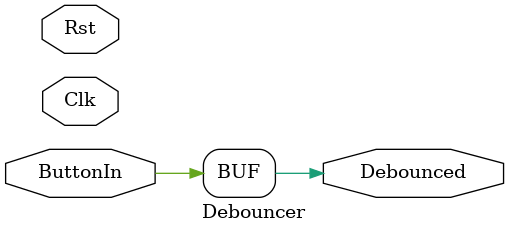
<source format=v>
/*
 * Design: ECE 274 - Skeleton Module for Button Debouncer 
 * Note: This skeleton file does not debounce the button input
 */
 
`timescale 1ns / 1ns
module Debouncer(Clk, Rst, ButtonIn, Debounced);

   input Clk, Rst;
   input ButtonIn;
   output reg Debounced;
      
   always @(ButtonIn) begin
      Debounced <= ButtonIn;
   end	
endmodule

</source>
